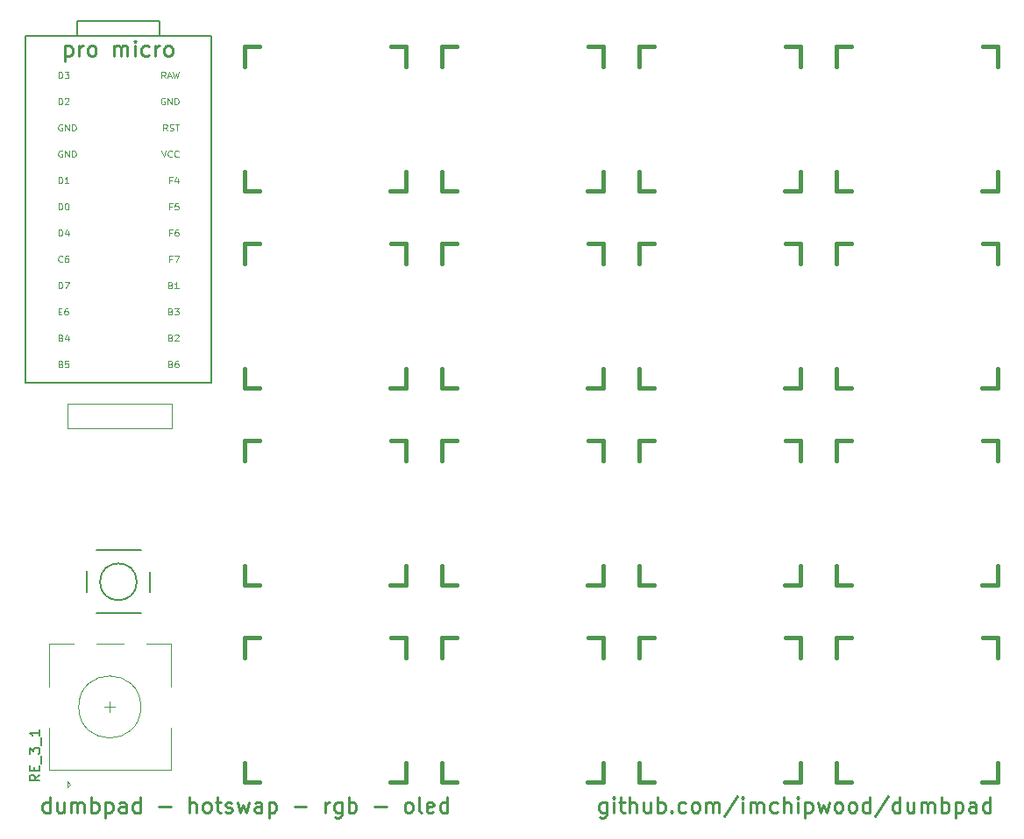
<source format=gto>
%TF.GenerationSoftware,KiCad,Pcbnew,(6.0.9)*%
%TF.CreationDate,2022-11-11T19:11:03-07:00*%
%TF.ProjectId,dumbpad,64756d62-7061-4642-9e6b-696361645f70,rev?*%
%TF.SameCoordinates,Original*%
%TF.FileFunction,Legend,Top*%
%TF.FilePolarity,Positive*%
%FSLAX46Y46*%
G04 Gerber Fmt 4.6, Leading zero omitted, Abs format (unit mm)*
G04 Created by KiCad (PCBNEW (6.0.9)) date 2022-11-11 19:11:03*
%MOMM*%
%LPD*%
G01*
G04 APERTURE LIST*
%ADD10C,0.152400*%
%ADD11C,0.112500*%
%ADD12C,0.262500*%
%ADD13C,0.150000*%
%ADD14C,0.120000*%
%ADD15C,0.203200*%
%ADD16C,0.381000*%
%ADD17R,1.700000X1.700000*%
%ADD18O,1.700000X1.700000*%
%ADD19C,2.006600*%
%ADD20C,2.100000*%
%ADD21R,2.000000X2.000000*%
%ADD22C,2.000000*%
%ADD23R,2.000000X3.200000*%
%ADD24C,4.100000*%
%ADD25C,1.700000*%
%ADD26C,3.600000*%
%ADD27C,1.477000*%
G04 APERTURE END LIST*
D10*
X119051100Y-68253600D02*
X119051100Y-101753600D01*
X106051100Y-66753600D02*
X114051100Y-66753600D01*
X106051100Y-68253600D02*
X106051100Y-66753600D01*
X114051100Y-66753600D02*
X114051100Y-68253600D01*
X114051100Y-68253600D02*
X119051100Y-68253600D01*
X101051100Y-68253600D02*
X106051100Y-68253600D01*
X101051100Y-101753600D02*
X101051100Y-68253600D01*
X119051100Y-101753600D02*
X101051100Y-101753600D01*
X106051100Y-68253600D02*
X114051100Y-68253600D01*
D11*
X104276010Y-87571992D02*
X104276010Y-86934492D01*
X104427796Y-86934492D01*
X104518867Y-86964850D01*
X104579582Y-87025564D01*
X104609939Y-87086278D01*
X104640296Y-87207707D01*
X104640296Y-87298778D01*
X104609939Y-87420207D01*
X104579582Y-87480921D01*
X104518867Y-87541635D01*
X104427796Y-87571992D01*
X104276010Y-87571992D01*
X105186725Y-87146992D02*
X105186725Y-87571992D01*
X105034939Y-86904135D02*
X104883153Y-87359492D01*
X105277796Y-87359492D01*
X115188689Y-89778064D02*
X114976189Y-89778064D01*
X114976189Y-90111992D02*
X114976189Y-89474492D01*
X115279760Y-89474492D01*
X115461903Y-89474492D02*
X115886903Y-89474492D01*
X115613689Y-90111992D01*
X104488510Y-99938064D02*
X104579582Y-99968421D01*
X104609939Y-99998778D01*
X104640296Y-100059492D01*
X104640296Y-100150564D01*
X104609939Y-100211278D01*
X104579582Y-100241635D01*
X104518867Y-100271992D01*
X104276010Y-100271992D01*
X104276010Y-99634492D01*
X104488510Y-99634492D01*
X104549225Y-99664850D01*
X104579582Y-99695207D01*
X104609939Y-99755921D01*
X104609939Y-99816635D01*
X104579582Y-99877350D01*
X104549225Y-99907707D01*
X104488510Y-99938064D01*
X104276010Y-99938064D01*
X105217082Y-99634492D02*
X104913510Y-99634492D01*
X104883153Y-99938064D01*
X104913510Y-99907707D01*
X104974225Y-99877350D01*
X105126010Y-99877350D01*
X105186725Y-99907707D01*
X105217082Y-99938064D01*
X105247439Y-99998778D01*
X105247439Y-100150564D01*
X105217082Y-100211278D01*
X105186725Y-100241635D01*
X105126010Y-100271992D01*
X104974225Y-100271992D01*
X104913510Y-100241635D01*
X104883153Y-100211278D01*
X104276010Y-92651992D02*
X104276010Y-92014492D01*
X104427796Y-92014492D01*
X104518867Y-92044850D01*
X104579582Y-92105564D01*
X104609939Y-92166278D01*
X104640296Y-92287707D01*
X104640296Y-92378778D01*
X104609939Y-92500207D01*
X104579582Y-92560921D01*
X104518867Y-92621635D01*
X104427796Y-92651992D01*
X104276010Y-92651992D01*
X104852796Y-92014492D02*
X105277796Y-92014492D01*
X105004582Y-92651992D01*
X115097617Y-92318064D02*
X115188689Y-92348421D01*
X115219046Y-92378778D01*
X115249403Y-92439492D01*
X115249403Y-92530564D01*
X115219046Y-92591278D01*
X115188689Y-92621635D01*
X115127975Y-92651992D01*
X114885117Y-92651992D01*
X114885117Y-92014492D01*
X115097617Y-92014492D01*
X115158332Y-92044850D01*
X115188689Y-92075207D01*
X115219046Y-92135921D01*
X115219046Y-92196635D01*
X115188689Y-92257350D01*
X115158332Y-92287707D01*
X115097617Y-92318064D01*
X114885117Y-92318064D01*
X115856546Y-92651992D02*
X115492260Y-92651992D01*
X115674403Y-92651992D02*
X115674403Y-92014492D01*
X115613689Y-92105564D01*
X115552975Y-92166278D01*
X115492260Y-92196635D01*
X115097617Y-97398064D02*
X115188689Y-97428421D01*
X115219046Y-97458778D01*
X115249403Y-97519492D01*
X115249403Y-97610564D01*
X115219046Y-97671278D01*
X115188689Y-97701635D01*
X115127975Y-97731992D01*
X114885117Y-97731992D01*
X114885117Y-97094492D01*
X115097617Y-97094492D01*
X115158332Y-97124850D01*
X115188689Y-97155207D01*
X115219046Y-97215921D01*
X115219046Y-97276635D01*
X115188689Y-97337350D01*
X115158332Y-97367707D01*
X115097617Y-97398064D01*
X114885117Y-97398064D01*
X115492260Y-97155207D02*
X115522617Y-97124850D01*
X115583332Y-97094492D01*
X115735117Y-97094492D01*
X115795832Y-97124850D01*
X115826189Y-97155207D01*
X115856546Y-97215921D01*
X115856546Y-97276635D01*
X115826189Y-97367707D01*
X115461903Y-97731992D01*
X115856546Y-97731992D01*
X104640296Y-90051278D02*
X104609939Y-90081635D01*
X104518867Y-90111992D01*
X104458153Y-90111992D01*
X104367082Y-90081635D01*
X104306367Y-90020921D01*
X104276010Y-89960207D01*
X104245653Y-89838778D01*
X104245653Y-89747707D01*
X104276010Y-89626278D01*
X104306367Y-89565564D01*
X104367082Y-89504850D01*
X104458153Y-89474492D01*
X104518867Y-89474492D01*
X104609939Y-89504850D01*
X104640296Y-89535207D01*
X105186725Y-89474492D02*
X105065296Y-89474492D01*
X105004582Y-89504850D01*
X104974225Y-89535207D01*
X104913510Y-89626278D01*
X104883153Y-89747707D01*
X104883153Y-89990564D01*
X104913510Y-90051278D01*
X104943867Y-90081635D01*
X105004582Y-90111992D01*
X105126010Y-90111992D01*
X105186725Y-90081635D01*
X105217082Y-90051278D01*
X105247439Y-89990564D01*
X105247439Y-89838778D01*
X105217082Y-89778064D01*
X105186725Y-89747707D01*
X105126010Y-89717350D01*
X105004582Y-89717350D01*
X104943867Y-89747707D01*
X104913510Y-89778064D01*
X104883153Y-89838778D01*
X104488510Y-97398064D02*
X104579582Y-97428421D01*
X104609939Y-97458778D01*
X104640296Y-97519492D01*
X104640296Y-97610564D01*
X104609939Y-97671278D01*
X104579582Y-97701635D01*
X104518867Y-97731992D01*
X104276010Y-97731992D01*
X104276010Y-97094492D01*
X104488510Y-97094492D01*
X104549225Y-97124850D01*
X104579582Y-97155207D01*
X104609939Y-97215921D01*
X104609939Y-97276635D01*
X104579582Y-97337350D01*
X104549225Y-97367707D01*
X104488510Y-97398064D01*
X104276010Y-97398064D01*
X105186725Y-97306992D02*
X105186725Y-97731992D01*
X105034939Y-97064135D02*
X104883153Y-97519492D01*
X105277796Y-97519492D01*
X104276010Y-72331992D02*
X104276010Y-71694492D01*
X104427796Y-71694492D01*
X104518867Y-71724850D01*
X104579582Y-71785564D01*
X104609939Y-71846278D01*
X104640296Y-71967707D01*
X104640296Y-72058778D01*
X104609939Y-72180207D01*
X104579582Y-72240921D01*
X104518867Y-72301635D01*
X104427796Y-72331992D01*
X104276010Y-72331992D01*
X104852796Y-71694492D02*
X105247439Y-71694492D01*
X105034939Y-71937350D01*
X105126010Y-71937350D01*
X105186725Y-71967707D01*
X105217082Y-71998064D01*
X105247439Y-72058778D01*
X105247439Y-72210564D01*
X105217082Y-72271278D01*
X105186725Y-72301635D01*
X105126010Y-72331992D01*
X104943867Y-72331992D01*
X104883153Y-72301635D01*
X104852796Y-72271278D01*
X114217260Y-79314492D02*
X114429760Y-79951992D01*
X114642260Y-79314492D01*
X115219046Y-79891278D02*
X115188689Y-79921635D01*
X115097617Y-79951992D01*
X115036903Y-79951992D01*
X114945832Y-79921635D01*
X114885117Y-79860921D01*
X114854760Y-79800207D01*
X114824403Y-79678778D01*
X114824403Y-79587707D01*
X114854760Y-79466278D01*
X114885117Y-79405564D01*
X114945832Y-79344850D01*
X115036903Y-79314492D01*
X115097617Y-79314492D01*
X115188689Y-79344850D01*
X115219046Y-79375207D01*
X115856546Y-79891278D02*
X115826189Y-79921635D01*
X115735117Y-79951992D01*
X115674403Y-79951992D01*
X115583332Y-79921635D01*
X115522617Y-79860921D01*
X115492260Y-79800207D01*
X115461903Y-79678778D01*
X115461903Y-79587707D01*
X115492260Y-79466278D01*
X115522617Y-79405564D01*
X115583332Y-79344850D01*
X115674403Y-79314492D01*
X115735117Y-79314492D01*
X115826189Y-79344850D01*
X115856546Y-79375207D01*
X104276010Y-94858064D02*
X104488510Y-94858064D01*
X104579582Y-95191992D02*
X104276010Y-95191992D01*
X104276010Y-94554492D01*
X104579582Y-94554492D01*
X105126010Y-94554492D02*
X105004582Y-94554492D01*
X104943867Y-94584850D01*
X104913510Y-94615207D01*
X104852796Y-94706278D01*
X104822439Y-94827707D01*
X104822439Y-95070564D01*
X104852796Y-95131278D01*
X104883153Y-95161635D01*
X104943867Y-95191992D01*
X105065296Y-95191992D01*
X105126010Y-95161635D01*
X105156367Y-95131278D01*
X105186725Y-95070564D01*
X105186725Y-94918778D01*
X105156367Y-94858064D01*
X105126010Y-94827707D01*
X105065296Y-94797350D01*
X104943867Y-94797350D01*
X104883153Y-94827707D01*
X104852796Y-94858064D01*
X104822439Y-94918778D01*
D12*
X104915683Y-69191100D02*
X104915683Y-70678600D01*
X104915683Y-69261933D02*
X105057350Y-69191100D01*
X105340683Y-69191100D01*
X105482350Y-69261933D01*
X105553183Y-69332766D01*
X105624016Y-69474433D01*
X105624016Y-69899433D01*
X105553183Y-70041100D01*
X105482350Y-70111933D01*
X105340683Y-70182766D01*
X105057350Y-70182766D01*
X104915683Y-70111933D01*
X106261516Y-70182766D02*
X106261516Y-69191100D01*
X106261516Y-69474433D02*
X106332350Y-69332766D01*
X106403183Y-69261933D01*
X106544850Y-69191100D01*
X106686516Y-69191100D01*
X107394850Y-70182766D02*
X107253183Y-70111933D01*
X107182350Y-70041100D01*
X107111516Y-69899433D01*
X107111516Y-69474433D01*
X107182350Y-69332766D01*
X107253183Y-69261933D01*
X107394850Y-69191100D01*
X107607350Y-69191100D01*
X107749016Y-69261933D01*
X107819850Y-69332766D01*
X107890683Y-69474433D01*
X107890683Y-69899433D01*
X107819850Y-70041100D01*
X107749016Y-70111933D01*
X107607350Y-70182766D01*
X107394850Y-70182766D01*
X109661516Y-70182766D02*
X109661516Y-69191100D01*
X109661516Y-69332766D02*
X109732350Y-69261933D01*
X109874016Y-69191100D01*
X110086516Y-69191100D01*
X110228183Y-69261933D01*
X110299016Y-69403600D01*
X110299016Y-70182766D01*
X110299016Y-69403600D02*
X110369850Y-69261933D01*
X110511516Y-69191100D01*
X110724016Y-69191100D01*
X110865683Y-69261933D01*
X110936516Y-69403600D01*
X110936516Y-70182766D01*
X111644850Y-70182766D02*
X111644850Y-69191100D01*
X111644850Y-68695266D02*
X111574016Y-68766100D01*
X111644850Y-68836933D01*
X111715683Y-68766100D01*
X111644850Y-68695266D01*
X111644850Y-68836933D01*
X112990683Y-70111933D02*
X112849016Y-70182766D01*
X112565683Y-70182766D01*
X112424016Y-70111933D01*
X112353183Y-70041100D01*
X112282350Y-69899433D01*
X112282350Y-69474433D01*
X112353183Y-69332766D01*
X112424016Y-69261933D01*
X112565683Y-69191100D01*
X112849016Y-69191100D01*
X112990683Y-69261933D01*
X113628183Y-70182766D02*
X113628183Y-69191100D01*
X113628183Y-69474433D02*
X113699016Y-69332766D01*
X113769850Y-69261933D01*
X113911516Y-69191100D01*
X114053183Y-69191100D01*
X114761516Y-70182766D02*
X114619850Y-70111933D01*
X114549016Y-70041100D01*
X114478183Y-69899433D01*
X114478183Y-69474433D01*
X114549016Y-69332766D01*
X114619850Y-69261933D01*
X114761516Y-69191100D01*
X114974016Y-69191100D01*
X115115683Y-69261933D01*
X115186516Y-69332766D01*
X115257350Y-69474433D01*
X115257350Y-69899433D01*
X115186516Y-70041100D01*
X115115683Y-70111933D01*
X114974016Y-70182766D01*
X114761516Y-70182766D01*
D11*
X114581546Y-72331992D02*
X114369046Y-72028421D01*
X114217260Y-72331992D02*
X114217260Y-71694492D01*
X114460117Y-71694492D01*
X114520832Y-71724850D01*
X114551189Y-71755207D01*
X114581546Y-71815921D01*
X114581546Y-71906992D01*
X114551189Y-71967707D01*
X114520832Y-71998064D01*
X114460117Y-72028421D01*
X114217260Y-72028421D01*
X114824403Y-72149850D02*
X115127975Y-72149850D01*
X114763689Y-72331992D02*
X114976189Y-71694492D01*
X115188689Y-72331992D01*
X115340475Y-71694492D02*
X115492260Y-72331992D01*
X115613689Y-71876635D01*
X115735117Y-72331992D01*
X115886903Y-71694492D01*
D12*
X103413391Y-143307766D02*
X103413391Y-141820266D01*
X103413391Y-143236933D02*
X103271725Y-143307766D01*
X102988391Y-143307766D01*
X102846725Y-143236933D01*
X102775891Y-143166100D01*
X102705058Y-143024433D01*
X102705058Y-142599433D01*
X102775891Y-142457766D01*
X102846725Y-142386933D01*
X102988391Y-142316100D01*
X103271725Y-142316100D01*
X103413391Y-142386933D01*
X104759225Y-142316100D02*
X104759225Y-143307766D01*
X104121725Y-142316100D02*
X104121725Y-143095266D01*
X104192558Y-143236933D01*
X104334225Y-143307766D01*
X104546725Y-143307766D01*
X104688391Y-143236933D01*
X104759225Y-143166100D01*
X105467558Y-143307766D02*
X105467558Y-142316100D01*
X105467558Y-142457766D02*
X105538391Y-142386933D01*
X105680058Y-142316100D01*
X105892558Y-142316100D01*
X106034225Y-142386933D01*
X106105058Y-142528600D01*
X106105058Y-143307766D01*
X106105058Y-142528600D02*
X106175891Y-142386933D01*
X106317558Y-142316100D01*
X106530058Y-142316100D01*
X106671725Y-142386933D01*
X106742558Y-142528600D01*
X106742558Y-143307766D01*
X107450891Y-143307766D02*
X107450891Y-141820266D01*
X107450891Y-142386933D02*
X107592558Y-142316100D01*
X107875891Y-142316100D01*
X108017558Y-142386933D01*
X108088391Y-142457766D01*
X108159225Y-142599433D01*
X108159225Y-143024433D01*
X108088391Y-143166100D01*
X108017558Y-143236933D01*
X107875891Y-143307766D01*
X107592558Y-143307766D01*
X107450891Y-143236933D01*
X108796725Y-142316100D02*
X108796725Y-143803600D01*
X108796725Y-142386933D02*
X108938391Y-142316100D01*
X109221725Y-142316100D01*
X109363391Y-142386933D01*
X109434225Y-142457766D01*
X109505058Y-142599433D01*
X109505058Y-143024433D01*
X109434225Y-143166100D01*
X109363391Y-143236933D01*
X109221725Y-143307766D01*
X108938391Y-143307766D01*
X108796725Y-143236933D01*
X110780058Y-143307766D02*
X110780058Y-142528600D01*
X110709225Y-142386933D01*
X110567558Y-142316100D01*
X110284225Y-142316100D01*
X110142558Y-142386933D01*
X110780058Y-143236933D02*
X110638391Y-143307766D01*
X110284225Y-143307766D01*
X110142558Y-143236933D01*
X110071725Y-143095266D01*
X110071725Y-142953600D01*
X110142558Y-142811933D01*
X110284225Y-142741100D01*
X110638391Y-142741100D01*
X110780058Y-142670266D01*
X112125891Y-143307766D02*
X112125891Y-141820266D01*
X112125891Y-143236933D02*
X111984225Y-143307766D01*
X111700891Y-143307766D01*
X111559225Y-143236933D01*
X111488391Y-143166100D01*
X111417558Y-143024433D01*
X111417558Y-142599433D01*
X111488391Y-142457766D01*
X111559225Y-142386933D01*
X111700891Y-142316100D01*
X111984225Y-142316100D01*
X112125891Y-142386933D01*
X113967558Y-142741100D02*
X115100891Y-142741100D01*
X116942558Y-143307766D02*
X116942558Y-141820266D01*
X117580058Y-143307766D02*
X117580058Y-142528600D01*
X117509225Y-142386933D01*
X117367558Y-142316100D01*
X117155058Y-142316100D01*
X117013391Y-142386933D01*
X116942558Y-142457766D01*
X118500891Y-143307766D02*
X118359225Y-143236933D01*
X118288391Y-143166100D01*
X118217558Y-143024433D01*
X118217558Y-142599433D01*
X118288391Y-142457766D01*
X118359225Y-142386933D01*
X118500891Y-142316100D01*
X118713391Y-142316100D01*
X118855058Y-142386933D01*
X118925891Y-142457766D01*
X118996725Y-142599433D01*
X118996725Y-143024433D01*
X118925891Y-143166100D01*
X118855058Y-143236933D01*
X118713391Y-143307766D01*
X118500891Y-143307766D01*
X119421725Y-142316100D02*
X119988391Y-142316100D01*
X119634225Y-141820266D02*
X119634225Y-143095266D01*
X119705058Y-143236933D01*
X119846725Y-143307766D01*
X119988391Y-143307766D01*
X120413391Y-143236933D02*
X120555058Y-143307766D01*
X120838391Y-143307766D01*
X120980058Y-143236933D01*
X121050891Y-143095266D01*
X121050891Y-143024433D01*
X120980058Y-142882766D01*
X120838391Y-142811933D01*
X120625891Y-142811933D01*
X120484225Y-142741100D01*
X120413391Y-142599433D01*
X120413391Y-142528600D01*
X120484225Y-142386933D01*
X120625891Y-142316100D01*
X120838391Y-142316100D01*
X120980058Y-142386933D01*
X121546725Y-142316100D02*
X121830058Y-143307766D01*
X122113391Y-142599433D01*
X122396725Y-143307766D01*
X122680058Y-142316100D01*
X123884225Y-143307766D02*
X123884225Y-142528600D01*
X123813391Y-142386933D01*
X123671725Y-142316100D01*
X123388391Y-142316100D01*
X123246725Y-142386933D01*
X123884225Y-143236933D02*
X123742558Y-143307766D01*
X123388391Y-143307766D01*
X123246725Y-143236933D01*
X123175891Y-143095266D01*
X123175891Y-142953600D01*
X123246725Y-142811933D01*
X123388391Y-142741100D01*
X123742558Y-142741100D01*
X123884225Y-142670266D01*
X124592558Y-142316100D02*
X124592558Y-143803600D01*
X124592558Y-142386933D02*
X124734225Y-142316100D01*
X125017558Y-142316100D01*
X125159225Y-142386933D01*
X125230058Y-142457766D01*
X125300891Y-142599433D01*
X125300891Y-143024433D01*
X125230058Y-143166100D01*
X125159225Y-143236933D01*
X125017558Y-143307766D01*
X124734225Y-143307766D01*
X124592558Y-143236933D01*
X127071725Y-142741100D02*
X128205058Y-142741100D01*
X130046725Y-143307766D02*
X130046725Y-142316100D01*
X130046725Y-142599433D02*
X130117558Y-142457766D01*
X130188391Y-142386933D01*
X130330058Y-142316100D01*
X130471725Y-142316100D01*
X131605058Y-142316100D02*
X131605058Y-143520266D01*
X131534225Y-143661933D01*
X131463391Y-143732766D01*
X131321725Y-143803600D01*
X131109225Y-143803600D01*
X130967558Y-143732766D01*
X131605058Y-143236933D02*
X131463391Y-143307766D01*
X131180058Y-143307766D01*
X131038391Y-143236933D01*
X130967558Y-143166100D01*
X130896725Y-143024433D01*
X130896725Y-142599433D01*
X130967558Y-142457766D01*
X131038391Y-142386933D01*
X131180058Y-142316100D01*
X131463391Y-142316100D01*
X131605058Y-142386933D01*
X132313391Y-143307766D02*
X132313391Y-141820266D01*
X132313391Y-142386933D02*
X132455058Y-142316100D01*
X132738391Y-142316100D01*
X132880058Y-142386933D01*
X132950891Y-142457766D01*
X133021725Y-142599433D01*
X133021725Y-143024433D01*
X132950891Y-143166100D01*
X132880058Y-143236933D01*
X132738391Y-143307766D01*
X132455058Y-143307766D01*
X132313391Y-143236933D01*
X134792558Y-142741100D02*
X135925891Y-142741100D01*
X137980058Y-143307766D02*
X137838391Y-143236933D01*
X137767558Y-143166100D01*
X137696725Y-143024433D01*
X137696725Y-142599433D01*
X137767558Y-142457766D01*
X137838391Y-142386933D01*
X137980058Y-142316100D01*
X138192558Y-142316100D01*
X138334225Y-142386933D01*
X138405058Y-142457766D01*
X138475891Y-142599433D01*
X138475891Y-143024433D01*
X138405058Y-143166100D01*
X138334225Y-143236933D01*
X138192558Y-143307766D01*
X137980058Y-143307766D01*
X139325891Y-143307766D02*
X139184225Y-143236933D01*
X139113391Y-143095266D01*
X139113391Y-141820266D01*
X140459225Y-143236933D02*
X140317558Y-143307766D01*
X140034225Y-143307766D01*
X139892558Y-143236933D01*
X139821725Y-143095266D01*
X139821725Y-142528600D01*
X139892558Y-142386933D01*
X140034225Y-142316100D01*
X140317558Y-142316100D01*
X140459225Y-142386933D01*
X140530058Y-142528600D01*
X140530058Y-142670266D01*
X139821725Y-142811933D01*
X141805058Y-143307766D02*
X141805058Y-141820266D01*
X141805058Y-143236933D02*
X141663391Y-143307766D01*
X141380058Y-143307766D01*
X141238391Y-143236933D01*
X141167558Y-143166100D01*
X141096725Y-143024433D01*
X141096725Y-142599433D01*
X141167558Y-142457766D01*
X141238391Y-142386933D01*
X141380058Y-142316100D01*
X141663391Y-142316100D01*
X141805058Y-142386933D01*
D11*
X104276010Y-85031992D02*
X104276010Y-84394492D01*
X104427796Y-84394492D01*
X104518867Y-84424850D01*
X104579582Y-84485564D01*
X104609939Y-84546278D01*
X104640296Y-84667707D01*
X104640296Y-84758778D01*
X104609939Y-84880207D01*
X104579582Y-84940921D01*
X104518867Y-85001635D01*
X104427796Y-85031992D01*
X104276010Y-85031992D01*
X105034939Y-84394492D02*
X105095653Y-84394492D01*
X105156367Y-84424850D01*
X105186725Y-84455207D01*
X105217082Y-84515921D01*
X105247439Y-84637350D01*
X105247439Y-84789135D01*
X105217082Y-84910564D01*
X105186725Y-84971278D01*
X105156367Y-85001635D01*
X105095653Y-85031992D01*
X105034939Y-85031992D01*
X104974225Y-85001635D01*
X104943867Y-84971278D01*
X104913510Y-84910564D01*
X104883153Y-84789135D01*
X104883153Y-84637350D01*
X104913510Y-84515921D01*
X104943867Y-84455207D01*
X104974225Y-84424850D01*
X105034939Y-84394492D01*
X115097617Y-99938064D02*
X115188689Y-99968421D01*
X115219046Y-99998778D01*
X115249403Y-100059492D01*
X115249403Y-100150564D01*
X115219046Y-100211278D01*
X115188689Y-100241635D01*
X115127975Y-100271992D01*
X114885117Y-100271992D01*
X114885117Y-99634492D01*
X115097617Y-99634492D01*
X115158332Y-99664850D01*
X115188689Y-99695207D01*
X115219046Y-99755921D01*
X115219046Y-99816635D01*
X115188689Y-99877350D01*
X115158332Y-99907707D01*
X115097617Y-99938064D01*
X114885117Y-99938064D01*
X115795832Y-99634492D02*
X115674403Y-99634492D01*
X115613689Y-99664850D01*
X115583332Y-99695207D01*
X115522617Y-99786278D01*
X115492260Y-99907707D01*
X115492260Y-100150564D01*
X115522617Y-100211278D01*
X115552975Y-100241635D01*
X115613689Y-100271992D01*
X115735117Y-100271992D01*
X115795832Y-100241635D01*
X115826189Y-100211278D01*
X115856546Y-100150564D01*
X115856546Y-99998778D01*
X115826189Y-99938064D01*
X115795832Y-99907707D01*
X115735117Y-99877350D01*
X115613689Y-99877350D01*
X115552975Y-99907707D01*
X115522617Y-99938064D01*
X115492260Y-99998778D01*
X104276010Y-74871992D02*
X104276010Y-74234492D01*
X104427796Y-74234492D01*
X104518867Y-74264850D01*
X104579582Y-74325564D01*
X104609939Y-74386278D01*
X104640296Y-74507707D01*
X104640296Y-74598778D01*
X104609939Y-74720207D01*
X104579582Y-74780921D01*
X104518867Y-74841635D01*
X104427796Y-74871992D01*
X104276010Y-74871992D01*
X104883153Y-74295207D02*
X104913510Y-74264850D01*
X104974225Y-74234492D01*
X105126010Y-74234492D01*
X105186725Y-74264850D01*
X105217082Y-74295207D01*
X105247439Y-74355921D01*
X105247439Y-74416635D01*
X105217082Y-74507707D01*
X104852796Y-74871992D01*
X105247439Y-74871992D01*
X115188689Y-84698064D02*
X114976189Y-84698064D01*
X114976189Y-85031992D02*
X114976189Y-84394492D01*
X115279760Y-84394492D01*
X115826189Y-84394492D02*
X115522617Y-84394492D01*
X115492260Y-84698064D01*
X115522617Y-84667707D01*
X115583332Y-84637350D01*
X115735117Y-84637350D01*
X115795832Y-84667707D01*
X115826189Y-84698064D01*
X115856546Y-84758778D01*
X115856546Y-84910564D01*
X115826189Y-84971278D01*
X115795832Y-85001635D01*
X115735117Y-85031992D01*
X115583332Y-85031992D01*
X115522617Y-85001635D01*
X115492260Y-84971278D01*
X114520832Y-74264850D02*
X114460117Y-74234492D01*
X114369046Y-74234492D01*
X114277975Y-74264850D01*
X114217260Y-74325564D01*
X114186903Y-74386278D01*
X114156546Y-74507707D01*
X114156546Y-74598778D01*
X114186903Y-74720207D01*
X114217260Y-74780921D01*
X114277975Y-74841635D01*
X114369046Y-74871992D01*
X114429760Y-74871992D01*
X114520832Y-74841635D01*
X114551189Y-74811278D01*
X114551189Y-74598778D01*
X114429760Y-74598778D01*
X114824403Y-74871992D02*
X114824403Y-74234492D01*
X115188689Y-74871992D01*
X115188689Y-74234492D01*
X115492260Y-74871992D02*
X115492260Y-74234492D01*
X115644046Y-74234492D01*
X115735117Y-74264850D01*
X115795832Y-74325564D01*
X115826189Y-74386278D01*
X115856546Y-74507707D01*
X115856546Y-74598778D01*
X115826189Y-74720207D01*
X115795832Y-74780921D01*
X115735117Y-74841635D01*
X115644046Y-74871992D01*
X115492260Y-74871992D01*
X114763689Y-77411992D02*
X114551189Y-77108421D01*
X114399403Y-77411992D02*
X114399403Y-76774492D01*
X114642260Y-76774492D01*
X114702975Y-76804850D01*
X114733332Y-76835207D01*
X114763689Y-76895921D01*
X114763689Y-76986992D01*
X114733332Y-77047707D01*
X114702975Y-77078064D01*
X114642260Y-77108421D01*
X114399403Y-77108421D01*
X115006546Y-77381635D02*
X115097617Y-77411992D01*
X115249403Y-77411992D01*
X115310117Y-77381635D01*
X115340475Y-77351278D01*
X115370832Y-77290564D01*
X115370832Y-77229850D01*
X115340475Y-77169135D01*
X115310117Y-77138778D01*
X115249403Y-77108421D01*
X115127975Y-77078064D01*
X115067260Y-77047707D01*
X115036903Y-77017350D01*
X115006546Y-76956635D01*
X115006546Y-76895921D01*
X115036903Y-76835207D01*
X115067260Y-76804850D01*
X115127975Y-76774492D01*
X115279760Y-76774492D01*
X115370832Y-76804850D01*
X115552975Y-76774492D02*
X115917260Y-76774492D01*
X115735117Y-77411992D02*
X115735117Y-76774492D01*
X115188689Y-87238064D02*
X114976189Y-87238064D01*
X114976189Y-87571992D02*
X114976189Y-86934492D01*
X115279760Y-86934492D01*
X115795832Y-86934492D02*
X115674403Y-86934492D01*
X115613689Y-86964850D01*
X115583332Y-86995207D01*
X115522617Y-87086278D01*
X115492260Y-87207707D01*
X115492260Y-87450564D01*
X115522617Y-87511278D01*
X115552975Y-87541635D01*
X115613689Y-87571992D01*
X115735117Y-87571992D01*
X115795832Y-87541635D01*
X115826189Y-87511278D01*
X115856546Y-87450564D01*
X115856546Y-87298778D01*
X115826189Y-87238064D01*
X115795832Y-87207707D01*
X115735117Y-87177350D01*
X115613689Y-87177350D01*
X115552975Y-87207707D01*
X115522617Y-87238064D01*
X115492260Y-87298778D01*
X104609939Y-76804850D02*
X104549225Y-76774492D01*
X104458153Y-76774492D01*
X104367082Y-76804850D01*
X104306367Y-76865564D01*
X104276010Y-76926278D01*
X104245653Y-77047707D01*
X104245653Y-77138778D01*
X104276010Y-77260207D01*
X104306367Y-77320921D01*
X104367082Y-77381635D01*
X104458153Y-77411992D01*
X104518867Y-77411992D01*
X104609939Y-77381635D01*
X104640296Y-77351278D01*
X104640296Y-77138778D01*
X104518867Y-77138778D01*
X104913510Y-77411992D02*
X104913510Y-76774492D01*
X105277796Y-77411992D01*
X105277796Y-76774492D01*
X105581367Y-77411992D02*
X105581367Y-76774492D01*
X105733153Y-76774492D01*
X105824225Y-76804850D01*
X105884939Y-76865564D01*
X105915296Y-76926278D01*
X105945653Y-77047707D01*
X105945653Y-77138778D01*
X105915296Y-77260207D01*
X105884939Y-77320921D01*
X105824225Y-77381635D01*
X105733153Y-77411992D01*
X105581367Y-77411992D01*
D12*
X157180475Y-142316100D02*
X157180475Y-143520266D01*
X157109641Y-143661933D01*
X157038808Y-143732766D01*
X156897141Y-143803600D01*
X156684641Y-143803600D01*
X156542975Y-143732766D01*
X157180475Y-143236933D02*
X157038808Y-143307766D01*
X156755475Y-143307766D01*
X156613808Y-143236933D01*
X156542975Y-143166100D01*
X156472141Y-143024433D01*
X156472141Y-142599433D01*
X156542975Y-142457766D01*
X156613808Y-142386933D01*
X156755475Y-142316100D01*
X157038808Y-142316100D01*
X157180475Y-142386933D01*
X157888808Y-143307766D02*
X157888808Y-142316100D01*
X157888808Y-141820266D02*
X157817975Y-141891100D01*
X157888808Y-141961933D01*
X157959641Y-141891100D01*
X157888808Y-141820266D01*
X157888808Y-141961933D01*
X158384641Y-142316100D02*
X158951308Y-142316100D01*
X158597141Y-141820266D02*
X158597141Y-143095266D01*
X158667975Y-143236933D01*
X158809641Y-143307766D01*
X158951308Y-143307766D01*
X159447141Y-143307766D02*
X159447141Y-141820266D01*
X160084641Y-143307766D02*
X160084641Y-142528600D01*
X160013808Y-142386933D01*
X159872141Y-142316100D01*
X159659641Y-142316100D01*
X159517975Y-142386933D01*
X159447141Y-142457766D01*
X161430475Y-142316100D02*
X161430475Y-143307766D01*
X160792975Y-142316100D02*
X160792975Y-143095266D01*
X160863808Y-143236933D01*
X161005475Y-143307766D01*
X161217975Y-143307766D01*
X161359641Y-143236933D01*
X161430475Y-143166100D01*
X162138808Y-143307766D02*
X162138808Y-141820266D01*
X162138808Y-142386933D02*
X162280475Y-142316100D01*
X162563808Y-142316100D01*
X162705475Y-142386933D01*
X162776308Y-142457766D01*
X162847141Y-142599433D01*
X162847141Y-143024433D01*
X162776308Y-143166100D01*
X162705475Y-143236933D01*
X162563808Y-143307766D01*
X162280475Y-143307766D01*
X162138808Y-143236933D01*
X163484641Y-143166100D02*
X163555475Y-143236933D01*
X163484641Y-143307766D01*
X163413808Y-143236933D01*
X163484641Y-143166100D01*
X163484641Y-143307766D01*
X164830475Y-143236933D02*
X164688808Y-143307766D01*
X164405475Y-143307766D01*
X164263808Y-143236933D01*
X164192975Y-143166100D01*
X164122141Y-143024433D01*
X164122141Y-142599433D01*
X164192975Y-142457766D01*
X164263808Y-142386933D01*
X164405475Y-142316100D01*
X164688808Y-142316100D01*
X164830475Y-142386933D01*
X165680475Y-143307766D02*
X165538808Y-143236933D01*
X165467975Y-143166100D01*
X165397141Y-143024433D01*
X165397141Y-142599433D01*
X165467975Y-142457766D01*
X165538808Y-142386933D01*
X165680475Y-142316100D01*
X165892975Y-142316100D01*
X166034641Y-142386933D01*
X166105475Y-142457766D01*
X166176308Y-142599433D01*
X166176308Y-143024433D01*
X166105475Y-143166100D01*
X166034641Y-143236933D01*
X165892975Y-143307766D01*
X165680475Y-143307766D01*
X166813808Y-143307766D02*
X166813808Y-142316100D01*
X166813808Y-142457766D02*
X166884641Y-142386933D01*
X167026308Y-142316100D01*
X167238808Y-142316100D01*
X167380475Y-142386933D01*
X167451308Y-142528600D01*
X167451308Y-143307766D01*
X167451308Y-142528600D02*
X167522141Y-142386933D01*
X167663808Y-142316100D01*
X167876308Y-142316100D01*
X168017975Y-142386933D01*
X168088808Y-142528600D01*
X168088808Y-143307766D01*
X169859641Y-141749433D02*
X168584641Y-143661933D01*
X170355475Y-143307766D02*
X170355475Y-142316100D01*
X170355475Y-141820266D02*
X170284641Y-141891100D01*
X170355475Y-141961933D01*
X170426308Y-141891100D01*
X170355475Y-141820266D01*
X170355475Y-141961933D01*
X171063808Y-143307766D02*
X171063808Y-142316100D01*
X171063808Y-142457766D02*
X171134641Y-142386933D01*
X171276308Y-142316100D01*
X171488808Y-142316100D01*
X171630475Y-142386933D01*
X171701308Y-142528600D01*
X171701308Y-143307766D01*
X171701308Y-142528600D02*
X171772141Y-142386933D01*
X171913808Y-142316100D01*
X172126308Y-142316100D01*
X172267975Y-142386933D01*
X172338808Y-142528600D01*
X172338808Y-143307766D01*
X173684641Y-143236933D02*
X173542975Y-143307766D01*
X173259641Y-143307766D01*
X173117975Y-143236933D01*
X173047141Y-143166100D01*
X172976308Y-143024433D01*
X172976308Y-142599433D01*
X173047141Y-142457766D01*
X173117975Y-142386933D01*
X173259641Y-142316100D01*
X173542975Y-142316100D01*
X173684641Y-142386933D01*
X174322141Y-143307766D02*
X174322141Y-141820266D01*
X174959641Y-143307766D02*
X174959641Y-142528600D01*
X174888808Y-142386933D01*
X174747141Y-142316100D01*
X174534641Y-142316100D01*
X174392975Y-142386933D01*
X174322141Y-142457766D01*
X175667975Y-143307766D02*
X175667975Y-142316100D01*
X175667975Y-141820266D02*
X175597141Y-141891100D01*
X175667975Y-141961933D01*
X175738808Y-141891100D01*
X175667975Y-141820266D01*
X175667975Y-141961933D01*
X176376308Y-142316100D02*
X176376308Y-143803600D01*
X176376308Y-142386933D02*
X176517975Y-142316100D01*
X176801308Y-142316100D01*
X176942975Y-142386933D01*
X177013808Y-142457766D01*
X177084641Y-142599433D01*
X177084641Y-143024433D01*
X177013808Y-143166100D01*
X176942975Y-143236933D01*
X176801308Y-143307766D01*
X176517975Y-143307766D01*
X176376308Y-143236933D01*
X177580475Y-142316100D02*
X177863808Y-143307766D01*
X178147141Y-142599433D01*
X178430475Y-143307766D01*
X178713808Y-142316100D01*
X179492975Y-143307766D02*
X179351308Y-143236933D01*
X179280475Y-143166100D01*
X179209641Y-143024433D01*
X179209641Y-142599433D01*
X179280475Y-142457766D01*
X179351308Y-142386933D01*
X179492975Y-142316100D01*
X179705475Y-142316100D01*
X179847141Y-142386933D01*
X179917975Y-142457766D01*
X179988808Y-142599433D01*
X179988808Y-143024433D01*
X179917975Y-143166100D01*
X179847141Y-143236933D01*
X179705475Y-143307766D01*
X179492975Y-143307766D01*
X180838808Y-143307766D02*
X180697141Y-143236933D01*
X180626308Y-143166100D01*
X180555475Y-143024433D01*
X180555475Y-142599433D01*
X180626308Y-142457766D01*
X180697141Y-142386933D01*
X180838808Y-142316100D01*
X181051308Y-142316100D01*
X181192975Y-142386933D01*
X181263808Y-142457766D01*
X181334641Y-142599433D01*
X181334641Y-143024433D01*
X181263808Y-143166100D01*
X181192975Y-143236933D01*
X181051308Y-143307766D01*
X180838808Y-143307766D01*
X182609641Y-143307766D02*
X182609641Y-141820266D01*
X182609641Y-143236933D02*
X182467975Y-143307766D01*
X182184641Y-143307766D01*
X182042975Y-143236933D01*
X181972141Y-143166100D01*
X181901308Y-143024433D01*
X181901308Y-142599433D01*
X181972141Y-142457766D01*
X182042975Y-142386933D01*
X182184641Y-142316100D01*
X182467975Y-142316100D01*
X182609641Y-142386933D01*
X184380475Y-141749433D02*
X183105475Y-143661933D01*
X185513808Y-143307766D02*
X185513808Y-141820266D01*
X185513808Y-143236933D02*
X185372141Y-143307766D01*
X185088808Y-143307766D01*
X184947141Y-143236933D01*
X184876308Y-143166100D01*
X184805475Y-143024433D01*
X184805475Y-142599433D01*
X184876308Y-142457766D01*
X184947141Y-142386933D01*
X185088808Y-142316100D01*
X185372141Y-142316100D01*
X185513808Y-142386933D01*
X186859641Y-142316100D02*
X186859641Y-143307766D01*
X186222141Y-142316100D02*
X186222141Y-143095266D01*
X186292975Y-143236933D01*
X186434641Y-143307766D01*
X186647141Y-143307766D01*
X186788808Y-143236933D01*
X186859641Y-143166100D01*
X187567975Y-143307766D02*
X187567975Y-142316100D01*
X187567975Y-142457766D02*
X187638808Y-142386933D01*
X187780475Y-142316100D01*
X187992975Y-142316100D01*
X188134641Y-142386933D01*
X188205475Y-142528600D01*
X188205475Y-143307766D01*
X188205475Y-142528600D02*
X188276308Y-142386933D01*
X188417975Y-142316100D01*
X188630475Y-142316100D01*
X188772141Y-142386933D01*
X188842975Y-142528600D01*
X188842975Y-143307766D01*
X189551308Y-143307766D02*
X189551308Y-141820266D01*
X189551308Y-142386933D02*
X189692975Y-142316100D01*
X189976308Y-142316100D01*
X190117975Y-142386933D01*
X190188808Y-142457766D01*
X190259641Y-142599433D01*
X190259641Y-143024433D01*
X190188808Y-143166100D01*
X190117975Y-143236933D01*
X189976308Y-143307766D01*
X189692975Y-143307766D01*
X189551308Y-143236933D01*
X190897141Y-142316100D02*
X190897141Y-143803600D01*
X190897141Y-142386933D02*
X191038808Y-142316100D01*
X191322141Y-142316100D01*
X191463808Y-142386933D01*
X191534641Y-142457766D01*
X191605475Y-142599433D01*
X191605475Y-143024433D01*
X191534641Y-143166100D01*
X191463808Y-143236933D01*
X191322141Y-143307766D01*
X191038808Y-143307766D01*
X190897141Y-143236933D01*
X192880475Y-143307766D02*
X192880475Y-142528600D01*
X192809641Y-142386933D01*
X192667975Y-142316100D01*
X192384641Y-142316100D01*
X192242975Y-142386933D01*
X192880475Y-143236933D02*
X192738808Y-143307766D01*
X192384641Y-143307766D01*
X192242975Y-143236933D01*
X192172141Y-143095266D01*
X192172141Y-142953600D01*
X192242975Y-142811933D01*
X192384641Y-142741100D01*
X192738808Y-142741100D01*
X192880475Y-142670266D01*
X194226308Y-143307766D02*
X194226308Y-141820266D01*
X194226308Y-143236933D02*
X194084641Y-143307766D01*
X193801308Y-143307766D01*
X193659641Y-143236933D01*
X193588808Y-143166100D01*
X193517975Y-143024433D01*
X193517975Y-142599433D01*
X193588808Y-142457766D01*
X193659641Y-142386933D01*
X193801308Y-142316100D01*
X194084641Y-142316100D01*
X194226308Y-142386933D01*
D11*
X115097617Y-94858064D02*
X115188689Y-94888421D01*
X115219046Y-94918778D01*
X115249403Y-94979492D01*
X115249403Y-95070564D01*
X115219046Y-95131278D01*
X115188689Y-95161635D01*
X115127975Y-95191992D01*
X114885117Y-95191992D01*
X114885117Y-94554492D01*
X115097617Y-94554492D01*
X115158332Y-94584850D01*
X115188689Y-94615207D01*
X115219046Y-94675921D01*
X115219046Y-94736635D01*
X115188689Y-94797350D01*
X115158332Y-94827707D01*
X115097617Y-94858064D01*
X114885117Y-94858064D01*
X115461903Y-94554492D02*
X115856546Y-94554492D01*
X115644046Y-94797350D01*
X115735117Y-94797350D01*
X115795832Y-94827707D01*
X115826189Y-94858064D01*
X115856546Y-94918778D01*
X115856546Y-95070564D01*
X115826189Y-95131278D01*
X115795832Y-95161635D01*
X115735117Y-95191992D01*
X115552975Y-95191992D01*
X115492260Y-95161635D01*
X115461903Y-95131278D01*
X104276010Y-82491992D02*
X104276010Y-81854492D01*
X104427796Y-81854492D01*
X104518867Y-81884850D01*
X104579582Y-81945564D01*
X104609939Y-82006278D01*
X104640296Y-82127707D01*
X104640296Y-82218778D01*
X104609939Y-82340207D01*
X104579582Y-82400921D01*
X104518867Y-82461635D01*
X104427796Y-82491992D01*
X104276010Y-82491992D01*
X105247439Y-82491992D02*
X104883153Y-82491992D01*
X105065296Y-82491992D02*
X105065296Y-81854492D01*
X105004582Y-81945564D01*
X104943867Y-82006278D01*
X104883153Y-82036635D01*
X115188689Y-82158064D02*
X114976189Y-82158064D01*
X114976189Y-82491992D02*
X114976189Y-81854492D01*
X115279760Y-81854492D01*
X115795832Y-82066992D02*
X115795832Y-82491992D01*
X115644046Y-81824135D02*
X115492260Y-82279492D01*
X115886903Y-82279492D01*
X104609939Y-79344850D02*
X104549225Y-79314492D01*
X104458153Y-79314492D01*
X104367082Y-79344850D01*
X104306367Y-79405564D01*
X104276010Y-79466278D01*
X104245653Y-79587707D01*
X104245653Y-79678778D01*
X104276010Y-79800207D01*
X104306367Y-79860921D01*
X104367082Y-79921635D01*
X104458153Y-79951992D01*
X104518867Y-79951992D01*
X104609939Y-79921635D01*
X104640296Y-79891278D01*
X104640296Y-79678778D01*
X104518867Y-79678778D01*
X104913510Y-79951992D02*
X104913510Y-79314492D01*
X105277796Y-79951992D01*
X105277796Y-79314492D01*
X105581367Y-79951992D02*
X105581367Y-79314492D01*
X105733153Y-79314492D01*
X105824225Y-79344850D01*
X105884939Y-79405564D01*
X105915296Y-79466278D01*
X105945653Y-79587707D01*
X105945653Y-79678778D01*
X105915296Y-79800207D01*
X105884939Y-79860921D01*
X105824225Y-79921635D01*
X105733153Y-79951992D01*
X105581367Y-79951992D01*
D13*
%TO.C,RE_3_1*%
X102472380Y-139657142D02*
X101996190Y-139990476D01*
X102472380Y-140228571D02*
X101472380Y-140228571D01*
X101472380Y-139847619D01*
X101520000Y-139752380D01*
X101567619Y-139704761D01*
X101662857Y-139657142D01*
X101805714Y-139657142D01*
X101900952Y-139704761D01*
X101948571Y-139752380D01*
X101996190Y-139847619D01*
X101996190Y-140228571D01*
X101948571Y-139228571D02*
X101948571Y-138895238D01*
X102472380Y-138752380D02*
X102472380Y-139228571D01*
X101472380Y-139228571D01*
X101472380Y-138752380D01*
X102567619Y-138561904D02*
X102567619Y-137800000D01*
X101472380Y-137657142D02*
X101472380Y-137038095D01*
X101853333Y-137371428D01*
X101853333Y-137228571D01*
X101900952Y-137133333D01*
X101948571Y-137085714D01*
X102043809Y-137038095D01*
X102281904Y-137038095D01*
X102377142Y-137085714D01*
X102424761Y-137133333D01*
X102472380Y-137228571D01*
X102472380Y-137514285D01*
X102424761Y-137609523D01*
X102377142Y-137657142D01*
X102567619Y-136847619D02*
X102567619Y-136085714D01*
X102472380Y-135323809D02*
X102472380Y-135895238D01*
X102472380Y-135609523D02*
X101472380Y-135609523D01*
X101615238Y-135704761D01*
X101710476Y-135800000D01*
X101758095Y-135895238D01*
D14*
%TO.C,J1*%
X105156000Y-106172000D02*
X115173401Y-106172000D01*
X115173401Y-106172000D02*
X115173401Y-103828072D01*
X115173401Y-103828072D02*
X105156000Y-103828072D01*
X105156000Y-103828072D02*
X105156000Y-106172000D01*
D15*
%TO.C,S17*%
X107892100Y-124051600D02*
X112210100Y-124051600D01*
X107003100Y-119975600D02*
X107003100Y-122019600D01*
X112210100Y-117955600D02*
X107892100Y-117955600D01*
X113099100Y-120005600D02*
X113099100Y-122019600D01*
X111829100Y-121003600D02*
G75*
G03*
X111829100Y-121003600I-1778000J0D01*
G01*
D14*
%TO.C,RE_3_1*%
X105120000Y-140900000D02*
X105120000Y-140300000D01*
X108720000Y-133100000D02*
X109720000Y-133100000D01*
X105420000Y-140600000D02*
X105120000Y-140900000D01*
X115120000Y-135100000D02*
X115120000Y-139200000D01*
X112720000Y-127000000D02*
X115120000Y-127000000D01*
X109220000Y-133600000D02*
X109220000Y-132600000D01*
X103320000Y-127000000D02*
X105720000Y-127000000D01*
X103320000Y-135100000D02*
X103320000Y-139200000D01*
X107920000Y-127000000D02*
X110520000Y-127000000D01*
X105120000Y-140300000D02*
X105420000Y-140600000D01*
X103320000Y-139200000D02*
X115120000Y-139200000D01*
X103320000Y-131100000D02*
X103320000Y-127000000D01*
X115120000Y-127000000D02*
X115120000Y-131100000D01*
X112220000Y-133100000D02*
G75*
G03*
X112220000Y-133100000I-3000000J0D01*
G01*
D16*
%TO.C,S1*%
X137801100Y-83238600D02*
X137801100Y-81333600D01*
X122201100Y-81333600D02*
X122201100Y-83238600D01*
X137801100Y-69268600D02*
X136351100Y-69268600D01*
X123701100Y-69268600D02*
X122201100Y-69268600D01*
X122201100Y-69268600D02*
X122201100Y-71173600D01*
X122201100Y-83238600D02*
X123701100Y-83238600D01*
X136301100Y-83238600D02*
X137801100Y-83238600D01*
X137801100Y-71173600D02*
X137801100Y-69268600D01*
%TO.C,S15*%
X174401100Y-140388600D02*
X175901100Y-140388600D01*
X160301100Y-126418600D02*
X160301100Y-128323600D01*
X175901100Y-140388600D02*
X175901100Y-138483600D01*
X160301100Y-138483600D02*
X160301100Y-140388600D01*
X161801100Y-126418600D02*
X160301100Y-126418600D01*
X175901100Y-126418600D02*
X174451100Y-126418600D01*
X160301100Y-140388600D02*
X161801100Y-140388600D01*
X175901100Y-128323600D02*
X175901100Y-126418600D01*
%TO.C,S8*%
X179351100Y-100383600D02*
X179351100Y-102288600D01*
X194951100Y-88318600D02*
X193501100Y-88318600D01*
X179351100Y-102288600D02*
X180851100Y-102288600D01*
X194951100Y-102288600D02*
X194951100Y-100383600D01*
X180851100Y-88318600D02*
X179351100Y-88318600D01*
X193451100Y-102288600D02*
X194951100Y-102288600D01*
X194951100Y-90223600D02*
X194951100Y-88318600D01*
X179351100Y-88318600D02*
X179351100Y-90223600D01*
%TO.C,S2*%
X155351100Y-83238600D02*
X156851100Y-83238600D01*
X141251100Y-81333600D02*
X141251100Y-83238600D01*
X142751100Y-69268600D02*
X141251100Y-69268600D01*
X156851100Y-69268600D02*
X155401100Y-69268600D01*
X141251100Y-83238600D02*
X142751100Y-83238600D01*
X156851100Y-71173600D02*
X156851100Y-69268600D01*
X156851100Y-83238600D02*
X156851100Y-81333600D01*
X141251100Y-69268600D02*
X141251100Y-71173600D01*
%TO.C,S4*%
X179351100Y-81333600D02*
X179351100Y-83238600D01*
X179351100Y-69268600D02*
X179351100Y-71173600D01*
X180851100Y-69268600D02*
X179351100Y-69268600D01*
X194951100Y-71173600D02*
X194951100Y-69268600D01*
X194951100Y-69268600D02*
X193501100Y-69268600D01*
X179351100Y-83238600D02*
X180851100Y-83238600D01*
X194951100Y-83238600D02*
X194951100Y-81333600D01*
X193451100Y-83238600D02*
X194951100Y-83238600D01*
%TO.C,S5*%
X136301100Y-102288600D02*
X137801100Y-102288600D01*
X137801100Y-88318600D02*
X136351100Y-88318600D01*
X122201100Y-88318600D02*
X122201100Y-90223600D01*
X123701100Y-88318600D02*
X122201100Y-88318600D01*
X137801100Y-102288600D02*
X137801100Y-100383600D01*
X137801100Y-90223600D02*
X137801100Y-88318600D01*
X122201100Y-102288600D02*
X123701100Y-102288600D01*
X122201100Y-100383600D02*
X122201100Y-102288600D01*
%TO.C,S14*%
X156851100Y-140388600D02*
X156851100Y-138483600D01*
X156851100Y-128323600D02*
X156851100Y-126418600D01*
X141251100Y-138483600D02*
X141251100Y-140388600D01*
X142751100Y-126418600D02*
X141251100Y-126418600D01*
X156851100Y-126418600D02*
X155401100Y-126418600D01*
X141251100Y-126418600D02*
X141251100Y-128323600D01*
X141251100Y-140388600D02*
X142751100Y-140388600D01*
X155351100Y-140388600D02*
X156851100Y-140388600D01*
%TO.C,S11*%
X160301100Y-121338600D02*
X161801100Y-121338600D01*
X175901100Y-109273600D02*
X175901100Y-107368600D01*
X161801100Y-107368600D02*
X160301100Y-107368600D01*
X175901100Y-107368600D02*
X174451100Y-107368600D01*
X175901100Y-121338600D02*
X175901100Y-119433600D01*
X174401100Y-121338600D02*
X175901100Y-121338600D01*
X160301100Y-119433600D02*
X160301100Y-121338600D01*
X160301100Y-107368600D02*
X160301100Y-109273600D01*
%TO.C,S7*%
X161801100Y-88318600D02*
X160301100Y-88318600D01*
X160301100Y-88318600D02*
X160301100Y-90223600D01*
X175901100Y-102288600D02*
X175901100Y-100383600D01*
X160301100Y-102288600D02*
X161801100Y-102288600D01*
X175901100Y-90223600D02*
X175901100Y-88318600D01*
X174401100Y-102288600D02*
X175901100Y-102288600D01*
X175901100Y-88318600D02*
X174451100Y-88318600D01*
X160301100Y-100383600D02*
X160301100Y-102288600D01*
%TO.C,S6*%
X156851100Y-88318600D02*
X155401100Y-88318600D01*
X155351100Y-102288600D02*
X156851100Y-102288600D01*
X141251100Y-102288600D02*
X142751100Y-102288600D01*
X142751100Y-88318600D02*
X141251100Y-88318600D01*
X156851100Y-102288600D02*
X156851100Y-100383600D01*
X141251100Y-100383600D02*
X141251100Y-102288600D01*
X141251100Y-88318600D02*
X141251100Y-90223600D01*
X156851100Y-90223600D02*
X156851100Y-88318600D01*
%TO.C,S12*%
X179351100Y-119433600D02*
X179351100Y-121338600D01*
X180851100Y-107368600D02*
X179351100Y-107368600D01*
X193451100Y-121338600D02*
X194951100Y-121338600D01*
X194951100Y-109273600D02*
X194951100Y-107368600D01*
X179351100Y-121338600D02*
X180851100Y-121338600D01*
X194951100Y-107368600D02*
X193501100Y-107368600D01*
X179351100Y-107368600D02*
X179351100Y-109273600D01*
X194951100Y-121338600D02*
X194951100Y-119433600D01*
%TO.C,S3*%
X174401100Y-83238600D02*
X175901100Y-83238600D01*
X160301100Y-81333600D02*
X160301100Y-83238600D01*
X175901100Y-71173600D02*
X175901100Y-69268600D01*
X160301100Y-83238600D02*
X161801100Y-83238600D01*
X175901100Y-69268600D02*
X174451100Y-69268600D01*
X161801100Y-69268600D02*
X160301100Y-69268600D01*
X175901100Y-83238600D02*
X175901100Y-81333600D01*
X160301100Y-69268600D02*
X160301100Y-71173600D01*
%TO.C,S13*%
X137801100Y-126422200D02*
X136351100Y-126422200D01*
X137801100Y-140392200D02*
X137801100Y-138487200D01*
X123701100Y-126422200D02*
X122201100Y-126422200D01*
X122201100Y-138487200D02*
X122201100Y-140392200D01*
X122201100Y-140392200D02*
X123701100Y-140392200D01*
X122201100Y-126422200D02*
X122201100Y-128327200D01*
X136301100Y-140392200D02*
X137801100Y-140392200D01*
X137801100Y-128327200D02*
X137801100Y-126422200D01*
%TO.C,S9*%
X137801100Y-121338600D02*
X137801100Y-119433600D01*
X123701100Y-107368600D02*
X122201100Y-107368600D01*
X137801100Y-107368600D02*
X136351100Y-107368600D01*
X122201100Y-119433600D02*
X122201100Y-121338600D01*
X137801100Y-109273600D02*
X137801100Y-107368600D01*
X122201100Y-107368600D02*
X122201100Y-109273600D01*
X122201100Y-121338600D02*
X123701100Y-121338600D01*
X136301100Y-121338600D02*
X137801100Y-121338600D01*
%TO.C,S16*%
X193451100Y-140392200D02*
X194951100Y-140392200D01*
X179351100Y-140392200D02*
X180851100Y-140392200D01*
X194951100Y-128327200D02*
X194951100Y-126422200D01*
X194951100Y-126422200D02*
X193501100Y-126422200D01*
X179351100Y-126422200D02*
X179351100Y-128327200D01*
X180851100Y-126422200D02*
X179351100Y-126422200D01*
X179351100Y-138487200D02*
X179351100Y-140392200D01*
X194951100Y-140392200D02*
X194951100Y-138487200D01*
%TO.C,S10*%
X155351100Y-121338600D02*
X156851100Y-121338600D01*
X141251100Y-119433600D02*
X141251100Y-121338600D01*
X156851100Y-109273600D02*
X156851100Y-107368600D01*
X156851100Y-107368600D02*
X155401100Y-107368600D01*
X141251100Y-107368600D02*
X141251100Y-109273600D01*
X142751100Y-107368600D02*
X141251100Y-107368600D01*
X156851100Y-121338600D02*
X156851100Y-119433600D01*
X141251100Y-121338600D02*
X142751100Y-121338600D01*
%TD*%
%LPC*%
D17*
%TO.C,J1*%
X113940000Y-105080000D03*
D18*
X111400000Y-105080000D03*
X108860000Y-105080000D03*
X106320000Y-105080000D03*
%TD*%
D19*
%TO.C,S17*%
X106799900Y-118743000D03*
X113302300Y-118743000D03*
X106799900Y-123264200D03*
X113302300Y-123264200D03*
%TD*%
D20*
%TO.C,REF\u002A\u002A*%
X138576100Y-124828600D03*
%TD*%
%TO.C,REF\u002A\u002A*%
X178576100Y-124828600D03*
%TD*%
D19*
%TO.C,B1*%
X102431100Y-72053600D03*
X102431100Y-74593600D03*
X102431100Y-77133600D03*
X102431100Y-79673600D03*
X102431100Y-82213600D03*
X102431100Y-84753600D03*
X102431100Y-87293600D03*
X102431100Y-89833600D03*
X102431100Y-92373600D03*
X102431100Y-94913600D03*
X102431100Y-97453600D03*
X102431100Y-99993600D03*
X117671100Y-99993600D03*
X117671100Y-97453600D03*
X117671100Y-94913600D03*
X117671100Y-92373600D03*
X117671100Y-89833600D03*
X117671100Y-87293600D03*
X117671100Y-84753600D03*
X117671100Y-82213600D03*
X117671100Y-79673600D03*
X117671100Y-77133600D03*
X117671100Y-74593600D03*
X117671100Y-72053600D03*
%TD*%
D21*
%TO.C,RE_3_1*%
X106720000Y-140600000D03*
D22*
X111720000Y-140600000D03*
X109220000Y-140600000D03*
D23*
X103620000Y-133100000D03*
X114820000Y-133100000D03*
D22*
X111720000Y-126100000D03*
X106720000Y-126100000D03*
%TD*%
D20*
%TO.C,REF\u002A\u002A*%
X138576100Y-84828600D03*
%TD*%
%TO.C,REF\u002A\u002A*%
X178576100Y-84828600D03*
%TD*%
D24*
%TO.C,S1*%
X130001100Y-76253600D03*
D25*
X124921100Y-76253600D03*
X135081100Y-76253600D03*
D26*
X132541100Y-71173600D03*
X126191100Y-73713600D03*
%TD*%
D27*
%TO.C,D10*%
X158750000Y-109220000D03*
X158750000Y-116840000D03*
%TD*%
D24*
%TO.C,S15*%
X168101100Y-133403600D03*
D25*
X163021100Y-133403600D03*
X173181100Y-133403600D03*
D26*
X170641100Y-128323600D03*
X164291100Y-130863600D03*
%TD*%
D25*
%TO.C,S8*%
X192231100Y-95303600D03*
X182071100Y-95303600D03*
D24*
X187151100Y-95303600D03*
D26*
X189691100Y-90223600D03*
X183341100Y-92763600D03*
%TD*%
D24*
%TO.C,S2*%
X149051100Y-76253600D03*
D25*
X154131100Y-76253600D03*
X143971100Y-76253600D03*
D26*
X151591100Y-71173600D03*
X145241100Y-73713600D03*
%TD*%
D27*
%TO.C,D8*%
X190961100Y-86360000D03*
X183341100Y-86360000D03*
%TD*%
%TO.C,D6*%
X158576100Y-90170000D03*
X158576100Y-97790000D03*
%TD*%
D25*
%TO.C,S4*%
X182071100Y-76253600D03*
X192231100Y-76253600D03*
D24*
X187151100Y-76253600D03*
D26*
X189691100Y-71173600D03*
X183341100Y-73713600D03*
%TD*%
D25*
%TO.C,S5*%
X135081100Y-95303600D03*
D24*
X130001100Y-95303600D03*
D25*
X124921100Y-95303600D03*
D26*
X132541100Y-90223600D03*
X126191100Y-92763600D03*
%TD*%
D27*
%TO.C,D4*%
X190961100Y-67310000D03*
X183341100Y-67310000D03*
%TD*%
D25*
%TO.C,S14*%
X143971100Y-133403600D03*
X154131100Y-133403600D03*
D24*
X149051100Y-133403600D03*
D26*
X151591100Y-128323600D03*
X145241100Y-130863600D03*
%TD*%
D24*
%TO.C,S11*%
X168101100Y-114353600D03*
D25*
X163021100Y-114353600D03*
X173181100Y-114353600D03*
D26*
X170641100Y-109273600D03*
X164291100Y-111813600D03*
%TD*%
D24*
%TO.C,S7*%
X168101100Y-95303600D03*
D25*
X163021100Y-95303600D03*
X173181100Y-95303600D03*
D26*
X170641100Y-90223600D03*
X164291100Y-92763600D03*
%TD*%
D25*
%TO.C,S6*%
X154131100Y-95303600D03*
D24*
X149051100Y-95303600D03*
D25*
X143971100Y-95303600D03*
D26*
X151591100Y-90223600D03*
X145241100Y-92763600D03*
%TD*%
D27*
%TO.C,D9*%
X139526100Y-109220000D03*
X139526100Y-116840000D03*
%TD*%
%TO.C,D11*%
X177626100Y-109220000D03*
X177626100Y-116840000D03*
%TD*%
%TO.C,D13*%
X139526100Y-128270000D03*
X139526100Y-135890000D03*
%TD*%
D25*
%TO.C,S12*%
X182071100Y-114353600D03*
D24*
X187151100Y-114353600D03*
D25*
X192231100Y-114353600D03*
D26*
X189691100Y-109273600D03*
X183341100Y-111813600D03*
%TD*%
D27*
%TO.C,D20*%
X119380000Y-128270000D03*
X119380000Y-135890000D03*
%TD*%
%TO.C,D7*%
X177626100Y-90170000D03*
X177626100Y-97790000D03*
%TD*%
D24*
%TO.C,S3*%
X168101100Y-76253600D03*
D25*
X173181100Y-76253600D03*
X163021100Y-76253600D03*
D26*
X170641100Y-71173600D03*
X164291100Y-73713600D03*
%TD*%
D27*
%TO.C,D5*%
X139526100Y-90170000D03*
X139526100Y-97790000D03*
%TD*%
%TO.C,D16*%
X190961100Y-124460000D03*
X183341100Y-124460000D03*
%TD*%
%TO.C,D14*%
X158576100Y-128270000D03*
X158576100Y-135890000D03*
%TD*%
%TO.C,D3*%
X177626100Y-71120000D03*
X177626100Y-78740000D03*
%TD*%
%TO.C,D15*%
X177626100Y-128270000D03*
X177626100Y-135890000D03*
%TD*%
D24*
%TO.C,S13*%
X130001100Y-133407200D03*
D25*
X124921100Y-133407200D03*
X135081100Y-133407200D03*
D26*
X132541100Y-128327200D03*
X126191100Y-130867200D03*
%TD*%
D25*
%TO.C,S9*%
X124921100Y-114353600D03*
X135081100Y-114353600D03*
D24*
X130001100Y-114353600D03*
D26*
X132541100Y-109273600D03*
X126191100Y-111813600D03*
%TD*%
D27*
%TO.C,D1*%
X139526100Y-71120000D03*
X139526100Y-78740000D03*
%TD*%
D25*
%TO.C,S16*%
X182071100Y-133407200D03*
X192231100Y-133407200D03*
D24*
X187151100Y-133407200D03*
D26*
X189691100Y-128327200D03*
X183341100Y-130867200D03*
%TD*%
D27*
%TO.C,D12*%
X190961100Y-105410000D03*
X183341100Y-105410000D03*
%TD*%
%TO.C,D2*%
X158576100Y-71120000D03*
X158576100Y-78740000D03*
%TD*%
D24*
%TO.C,S10*%
X149051100Y-114353600D03*
D25*
X143971100Y-114353600D03*
X154131100Y-114353600D03*
D26*
X151591100Y-109273600D03*
X145241100Y-111813600D03*
%TD*%
M02*

</source>
